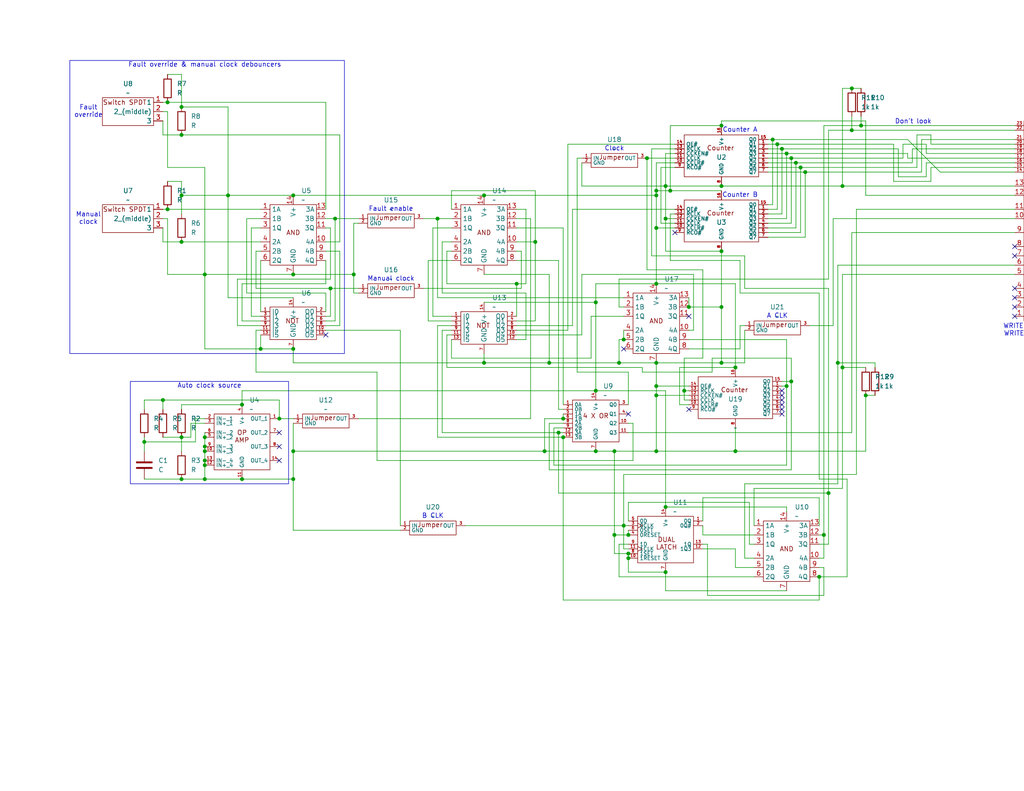
<source format=kicad_sch>
(kicad_sch (version 20231120) (generator "eeschema") (generator_version "8.0")
  (paper "USLetter")
  (lib_symbols
    (symbol "Device:C" (pin_numbers hide) (pin_names (offset 0.254))
      (property "Reference" "C" (at 0.635 2.54 0))
      (property "Value" "C" (at 0.635 -2.54 0))
      (symbol "C_0_1"
        (polyline (pts (xy -2.032 -0.762) (xy 2.032 -0.762)) (stroke (width 0.508)))
        (polyline (pts (xy -2.032 0.762) (xy 2.032 0.762)) (stroke (width 0.508)))
      )
      (symbol "C_1_1"
        (pin passive line (at 0 3.81 270) (length 2.794) (name "~") (number "1"))
        (pin passive line (at 0 -3.81 90) (length 2.794) (name "~") (number "2"))
      )
    )
    (symbol "Device:R" (pin_numbers hide) (pin_names (offset 0))
      (property "Reference" "R" (at 2.032 0 90))
      (property "Value" "R" (at 0 0 90))
      (symbol "R_0_1"
        (rectangle (start -1.016 -2.54) (end 1.016 2.54) (stroke (width 0.254)))
      )
      (symbol "R_1_1"
        (pin passive line (at 0 3.81 270) (length 1.27) (name "~") (number "1"))
        (pin passive line (at 0 -3.81 90) (length 1.27) (name "~") (number "2"))
      )
    )
    (symbol "custom_symbol_lib:6xNOT"
      (property "Reference" "U" (at -2.032 -1.016 0))
      (symbol "6xNOT_0_1"
        (rectangle (start -6.35 5.08) (end 6.35 -3.81))
      )
      (symbol "6xNOT_1_1"
        (text "NOT" (at -0.254 1.27 0) (effects (font (size 1.27 1.27))))
        (pin input line (at -8.89 3.81 0) (length 2.54) (name "I0") (number "1"))
        (pin output line (at 8.89 -1.27 180) (length 2.54) (name "O4") (number "10"))
        (pin input line (at -8.89 -1.27 0) (length 2.54) (name "I4") (number "11"))
        (pin output line (at 8.89 -2.54 180) (length 2.54) (name "O5") (number "12"))
        (pin input line (at -8.89 -2.54 0) (length 2.54) (name "I5") (number "13"))
        (pin power_in line (at 0 7.62 270) (length 2.54) (name "V+") (number "14"))
        (pin output line (at 8.89 3.81 180) (length 2.54) (name "O0") (number "2"))
        (pin input line (at -8.89 2.54 0) (length 2.54) (name "I1") (number "3"))
        (pin output line (at 8.89 2.54 180) (length 2.54) (name "O1") (number "4"))
        (pin input line (at -8.89 1.27 0) (length 2.54) (name "I2") (number "5"))
        (pin output line (at 8.89 1.27 180) (length 2.54) (name "O2") (number "6"))
        (pin power_in line (at 0 -6.35 90) (length 2.54) (name "GND") (number "7"))
        (pin output line (at 8.89 0 180) (length 2.54) (name "03") (number "8"))
        (pin input line (at -8.89 0 0) (length 2.54) (name "I3") (number "9"))
      )
    )
    (symbol "custom_symbol_lib:8_bit_counter"
      (property "Reference" "U" (at 0 0.254 0))
      (symbol "8_bit_counter_0_1"
        (rectangle (start -10.16 6.35) (end 10.16 -5.08))
      )
      (symbol "8_bit_counter_1_1"
        (text "Counter" (at -0.254 2.794 0) (effects (font (size 1.27 1.27))))
        (pin output line (at 12.7 3.81 180) (length 2.54) (name "Q1") (number "1"))
        (pin input line (at -12.7 -1.27 0) (length 2.54) (name "CCLR#") (number "10"))
        (pin input line (at -12.7 0 0) (length 2.54) (name "CCLK") (number "11"))
        (pin input line (at -12.7 1.27 0) (length 2.54) (name "CCKEN#") (number "12"))
        (pin input line (at -12.7 2.54 0) (length 2.54) (name "RCLK") (number "13"))
        (pin input line (at -12.7 3.81 0) (length 2.54) (name "OE#") (number "14"))
        (pin output line (at 12.7 5.08 180) (length 2.54) (name "Q0") (number "15"))
        (pin power_in line (at 0 8.89 270) (length 2.54) (name "V+") (number "16"))
        (pin output line (at 12.7 2.54 180) (length 2.54) (name "Q2") (number "2"))
        (pin output line (at 12.7 1.27 180) (length 2.54) (name "Q3") (number "3"))
        (pin output line (at 12.7 0 180) (length 2.54) (name "Q4") (number "4"))
        (pin output line (at 12.7 -1.27 180) (length 2.54) (name "Q5") (number "5"))
        (pin output line (at 12.7 -2.54 180) (length 2.54) (name "Q6") (number "6"))
        (pin output line (at 12.7 -3.81 180) (length 2.54) (name "Q7") (number "7"))
        (pin power_in line (at 0 -7.62 90) (length 2.54) (name "GND") (number "8"))
        (pin output line (at -12.7 -2.54 0) (length 2.54) (name "RCO#") (number "9"))
      )
    )
    (symbol "custom_symbol_lib:OP_AMP_quad"
      (property "Reference" "U" (at -0.254 -2.54 0))
      (symbol "OP_AMP_quad_1_1"
        (rectangle (start -7.62 7.62) (end 7.62 -7.62))
        (text "OP\nAMP" (at 0 1.524 0) (effects (font (size 1.27 1.27))))
        (pin output line (at 10.16 6.35 180) (length 2.54) (name "OUT_1") (number "1"))
        (pin input line (at -10.16 -2.54 0) (length 2.54) (name "IN+_3") (number "10"))
        (pin power_in line (at 0 -10.16 90) (length 2.54) (name "GND") (number "11"))
        (pin input line (at -10.16 -6.35 0) (length 2.54) (name "IN+_4") (number "12"))
        (pin input line (at -10.16 -5.08 0) (length 2.54) (name "IN-_4") (number "13"))
        (pin output line (at 10.16 -5.08 180) (length 2.54) (name "OUT_4") (number "14"))
        (pin input line (at -10.16 6.35 0) (length 2.54) (name "IN-_1") (number "2"))
        (pin input line (at -10.16 5.08 0) (length 2.54) (name "IN+_1") (number "3"))
        (pin power_in line (at 0 10.16 270) (length 2.54) (name "V+") (number "4"))
        (pin input line (at -10.16 1.27 0) (length 2.54) (name "IN+_2") (number "5"))
        (pin input line (at -10.16 2.54 0) (length 2.54) (name "IN-_2") (number "6"))
        (pin output line (at 10.16 2.54 180) (length 2.54) (name "OUT_2") (number "7"))
        (pin output line (at 10.16 -1.27 180) (length 2.54) (name "OUT_3") (number "8"))
        (pin input line (at -10.16 -1.27 0) (length 2.54) (name "IN-_3") (number "9"))
      )
    )
    (symbol "custom_symbol_lib:bus_edge_connector"
      (property "Reference" "U" (at 0 -1.27 0))
      (symbol "bus_edge_connector_0_1"
        (rectangle (start -8.89 27.94) (end 8.89 -26.67))
      )
      (symbol "bus_edge_connector_1_1"
        (text "BUS" (at 0 1.27 0) (effects (font (size 1.27 1.27))))
        (pin bidirectional line (at -11.43 26.67 0) (length 2.54) (name "READ_0") (number "1"))
        (pin bidirectional line (at -11.43 0 0) (length 2.54) (name "CLK_A") (number "10"))
        (pin bidirectional line (at -11.43 -2.54 0) (length 2.54) (name "CLK_B") (number "11"))
        (pin power_out line (at -11.43 -6.35 0) (length 2.54) (name "V+") (number "12"))
        (pin power_out line (at -11.43 -8.89 0) (length 2.54) (name "GND") (number "13"))
        (pin bidirectional line (at -11.43 -12.7 0) (length 2.54) (name "D0") (number "14"))
        (pin bidirectional line (at -11.43 -13.97 0) (length 2.54) (name "D1") (number "15"))
        (pin bidirectional line (at -11.43 -15.24 0) (length 2.54) (name "D2") (number "16"))
        (pin bidirectional line (at -11.43 -16.51 0) (length 2.54) (name "D3") (number "17"))
        (pin bidirectional line (at -11.43 -17.78 0) (length 2.54) (name "D4") (number "18"))
        (pin bidirectional line (at -11.43 -19.05 0) (length 2.54) (name "D5") (number "19"))
        (pin bidirectional line (at -11.43 24.13 0) (length 2.54) (name "READ_1") (number "2"))
        (pin bidirectional line (at -11.43 -20.32 0) (length 2.54) (name "D6") (number "20"))
        (pin bidirectional line (at -11.43 -21.59 0) (length 2.54) (name "D7") (number "21"))
        (pin bidirectional line (at -11.43 -24.13 0) (length 2.54) (name "FAULT") (number "22"))
        (pin bidirectional line (at -11.43 -25.4 0) (length 2.54) (name "ENABLE") (number "23"))
        (pin bidirectional line (at -11.43 21.59 0) (length 2.54) (name "READ_2") (number "3"))
        (pin bidirectional line (at -11.43 19.05 0) (length 2.54) (name "READ_3") (number "4"))
        (pin bidirectional line (at -11.43 15.24 0) (length 2.54) (name "WRITE_0") (number "5"))
        (pin bidirectional line (at -11.43 12.7 0) (length 2.54) (name "WRITE_1") (number "6"))
        (pin bidirectional line (at -11.43 10.16 0) (length 2.54) (name "WRITE_2") (number "7"))
        (pin bidirectional line (at -11.43 7.62 0) (length 2.54) (name "WRITE_2") (number "8"))
        (pin bidirectional line (at -11.43 3.81 0) (length 2.54) (name "READ_READY") (number "9"))
      )
    )
    (symbol "custom_symbol_lib:dual_latch"
      (property "Reference" "U" (at 4.572 -5.08 0))
      (symbol "dual_latch_0_1"
        (rectangle (start -7.62 6.35) (end 7.62 -6.35))
      )
      (symbol "dual_latch_1_1"
        (text "DUAL\nLATCH" (at 0.254 -1.016 0) (effects (font (size 1.27 1.27))))
        (pin output line (at 10.16 5.08 180) (length 2.54) (name "0Q") (number "1"))
        (pin input line (at -10.16 -5.08 0) (length 2.54) (name "1RESET") (number "10"))
        (pin input clock (at -10.16 -2.54 0) (length 2.54) (name "1CLK") (number "11"))
        (pin output line (at 10.16 -2.54 180) (length 2.54) (name "1Q3") (number "12"))
        (pin output line (at 10.16 -1.27 180) (length 2.54) (name "1Q") (number "13"))
        (pin power_in line (at 0 8.89 270) (length 2.54) (name "V+") (number "14"))
        (pin output line (at 10.16 3.81 180) (length 2.54) (name "0Q#") (number "2"))
        (pin input clock (at -10.16 3.81 0) (length 2.54) (name "0CLK") (number "3"))
        (pin input line (at -10.16 1.27 0) (length 2.54) (name "0RESET") (number "4"))
        (pin input line (at -10.16 5.08 0) (length 2.54) (name "0D") (number "5"))
        (pin input line (at -10.16 2.54 0) (length 2.54) (name "0SET") (number "6"))
        (pin power_in line (at 0 -8.89 90) (length 2.54) (name "GND") (number "7"))
        (pin input line (at -10.16 -3.81 0) (length 2.54) (name "1SET") (number "8"))
        (pin input line (at -10.16 -1.27 0) (length 2.54) (name "1D") (number "9"))
      )
    )
    (symbol "custom_symbol_lib:jumper"
      (property "Reference" "U" (at -1.016 -1.524 0))
      (symbol "jumper_1_1"
        (rectangle (start -6.35 1.27) (end 6.35 -2.54))
        (text "Jumper" (at -0.762 0.254 0) (effects (font (size 1.27 1.27))))
        (pin input line (at -8.89 0 0) (length 2.54) (name "IN") (number "1"))
        (pin power_in line (at -8.89 -1.27 0) (length 2.54) (name "GND") (number "2"))
        (pin output line (at 8.89 0 180) (length 2.54) (name "OUT") (number "3"))
      )
    )
    (symbol "custom_symbol_lib:quad_OR"
      (property "Reference" "U" (at 0 0 0))
      (symbol "quad_OR_0_1"
        (rectangle (start -6.35 6.35) (end 6.35 -5.08))
      )
      (symbol "quad_OR_1_1"
        (text "4 X OR" (at 0 2.032 0) (effects (font (size 1.27 1.27))))
        (pin input line (at -8.89 5.08 0) (length 2.54) (name "0A") (number "1"))
        (pin output line (at 8.89 0 180) (length 2.54) (name "Q2") (number "10"))
        (pin output line (at 8.89 -2.54 180) (length 2.54) (name "Q3") (number "11"))
        (pin input line (at -8.89 -2.54 0) (length 2.54) (name "3A") (number "12"))
        (pin input line (at -8.89 -3.81 0) (length 2.54) (name "3B") (number "13"))
        (pin power_in line (at 0 8.89 270) (length 2.54) (name "V+") (number "14"))
        (pin input line (at -8.89 3.81 0) (length 2.54) (name "0B") (number "2"))
        (pin output line (at 8.89 5.08 180) (length 2.54) (name "Q0") (number "3"))
        (pin output line (at 8.89 2.54 180) (length 2.54) (name "Q1") (number "4"))
        (pin input line (at -8.89 2.54 0) (length 2.54) (name "1A") (number "5"))
        (pin input line (at -8.89 1.27 0) (length 2.54) (name "1B") (number "6"))
        (pin power_in line (at 0 -7.62 90) (length 2.54) (name "GND") (number "7"))
        (pin input line (at -8.89 0 0) (length 2.54) (name "2A") (number "8"))
        (pin input line (at -8.89 -1.27 0) (length 2.54) (name "2B") (number "9"))
      )
    )
    (symbol "custom_symbol_lib:quad_and"
      (property "Reference" "U" (at 0 -1.524 0))
      (symbol "quad_and_0_1"
        (rectangle (start -6.35 8.89) (end 6.35 -7.62))
      )
      (symbol "quad_and_1_1"
        (text "AND" (at 0 1.27 0) (effects (font (size 1.27 1.27))))
        (pin input line (at -8.89 7.62 0) (length 2.54) (name "1A") (number "1"))
        (pin input line (at 8.89 -1.27 180) (length 2.54) (name "4A") (number "10"))
        (pin output line (at 8.89 2.54 180) (length 2.54) (name "3Q") (number "11"))
        (pin input line (at 8.89 5.08 180) (length 2.54) (name "3B") (number "12"))
        (pin input line (at 8.89 7.62 180) (length 2.54) (name "3A") (number "13"))
        (pin power_in line (at 0 11.43 270) (length 2.54) (name "V+") (number "14"))
        (pin input line (at -8.89 5.08 0) (length 2.54) (name "1B") (number "2"))
        (pin output line (at -8.89 2.54 0) (length 2.54) (name "1Q") (number "3"))
        (pin input line (at -8.89 -1.27 0) (length 2.54) (name "2A") (number "4"))
        (pin input line (at -8.89 -3.81 0) (length 2.54) (name "2B") (number "5"))
        (pin output line (at -8.89 -6.35 0) (length 2.54) (name "2Q") (number "6"))
        (pin power_in line (at 0 -10.16 90) (length 2.54) (name "GND") (number "7"))
        (pin output line (at 8.89 -6.35 180) (length 2.54) (name "4Q") (number "8"))
        (pin input line (at 8.89 -3.81 180) (length 2.54) (name "4B") (number "9"))
      )
    )
    (symbol "custom_symbol_lib:switch_SPDT"
      (property "Reference" "U" (at 0.508 -2.54 0))
      (symbol "switch_SPDT_0_1"
        (rectangle (start -6.35 3.81) (end 7.62 -3.81))
      )
      (symbol "switch_SPDT_1_1"
        (text "Switch SPDT" (at -0.254 2.54 0) (effects (font (size 1.27 1.27))))
        (pin bidirectional line (at 10.16 2.54 180) (length 2.54) (name "1") (number "1"))
        (pin output line (at 10.16 0 180) (length 2.54) (name "2_(middle)") (number "2"))
        (pin bidirectional line (at 10.16 -2.54 180) (length 2.54) (name "3") (number "3"))
      )
    )
  )
  (junction (at 196.85 99.06))
  (junction (at 80.01 95.25))
  (junction (at 146.05 66.04))
  (junction (at 76.2 114.3))
  (junction (at 55.88 130.81))
  (junction (at 179.07 53.34))
  (junction (at 187.96 83.82))
  (junction (at 179.07 107.95))
  (junction (at 214.63 105.41))
  (junction (at 176.53 43.18))
  (junction (at 214.63 41.91))
  (junction (at 232.41 35.56))
  (junction (at 96.52 74.93))
  (junction (at 55.88 125.73))
  (junction (at 44.45 109.22))
  (junction (at 162.56 106.68))
  (junction (at 140.97 77.47))
  (junction (at 55.88 121.92))
  (junction (at 229.87 50.8))
  (junction (at 170.18 143.51))
  (junction (at 80.01 74.93))
  (junction (at 179.07 62.23))
  (junction (at 186.69 106.68))
  (junction (at 179.07 52.07))
  (junction (at 200.66 123.19))
  (junction (at 224.79 146.05))
  (junction (at 232.41 24.13))
  (junction (at 91.44 59.69))
  (junction (at 196.85 34.29))
  (junction (at 200.66 100.33))
  (junction (at 49.53 53.34))
  (junction (at 162.56 82.55))
  (junction (at 49.53 119.38))
  (junction (at 228.6 99.06))
  (junction (at 182.88 52.07))
  (junction (at 49.53 29.21))
  (junction (at 171.45 146.05))
  (junction (at 39.37 120.65))
  (junction (at 49.53 36.83))
  (junction (at 149.86 99.06))
  (junction (at 171.45 151.13))
  (junction (at 167.64 123.19))
  (junction (at 45.72 27.94))
  (junction (at 181.61 138.43))
  (junction (at 90.17 78.74))
  (junction (at 181.61 156.21))
  (junction (at 119.38 59.69))
  (junction (at 229.87 100.33))
  (junction (at 167.64 146.05))
  (junction (at 223.52 157.48))
  (junction (at 217.17 44.45))
  (junction (at 179.07 105.41))
  (junction (at 181.61 59.69))
  (junction (at 196.85 83.82))
  (junction (at 55.88 119.38))
  (junction (at 215.9 104.14))
  (junction (at 80.01 130.81))
  (junction (at 66.04 110.49))
  (junction (at 153.67 114.3))
  (junction (at 80.01 53.34))
  (junction (at 213.36 40.64))
  (junction (at 168.91 99.06))
  (junction (at 71.12 95.25))
  (junction (at 234.95 34.29))
  (junction (at 170.18 92.71))
  (junction (at 215.9 43.18))
  (junction (at 49.53 130.81))
  (junction (at 179.07 123.19))
  (junction (at 152.4 118.11))
  (junction (at 55.88 127))
  (junction (at 219.71 46.99))
  (junction (at 153.67 119.38))
  (junction (at 181.61 50.8))
  (junction (at 179.07 99.06))
  (junction (at 55.88 74.93))
  (junction (at 171.45 152.4))
  (junction (at 236.22 107.95))
  (junction (at 162.56 123.19))
  (junction (at 55.88 123.19))
  (junction (at 62.23 53.34))
  (junction (at 196.85 50.8))
  (junction (at 148.59 123.19))
  (junction (at 66.04 130.81))
  (junction (at 226.06 134.62))
  (junction (at 210.82 38.1))
  (junction (at 179.07 77.47))
  (junction (at 196.85 68.58))
  (junction (at 80.01 123.19))
  (junction (at 132.08 99.06))
  (junction (at 49.53 66.04))
  (junction (at 212.09 39.37))
  (junction (at 132.08 53.34))
  (junction (at 218.44 45.72))
  (junction (at 45.72 57.15))
  (no_connect (at 88.9 91.44))
  (no_connect (at 76.2 125.73))
  (no_connect (at 213.36 107.95))
  (no_connect (at 276.86 81.28))
  (no_connect (at 76.2 118.11))
  (no_connect (at 213.36 113.03))
  (no_connect (at 170.18 95.25))
  (no_connect (at 184.15 63.5))
  (no_connect (at 187.96 111.76))
  (no_connect (at 213.36 109.22))
  (no_connect (at 276.86 78.74))
  (no_connect (at 213.36 106.68))
  (no_connect (at 276.86 69.85))
  (no_connect (at 276.86 83.82))
  (no_connect (at 171.45 113.03))
  (no_connect (at 276.86 67.31))
  (no_connect (at 276.86 86.36))
  (no_connect (at 213.36 110.49))
  (no_connect (at 76.2 121.92))
  (no_connect (at 187.96 86.36))
  (no_connect (at 213.36 111.76))
  (wire (pts (xy 132.08 82.55) (xy 162.56 82.55)))
  (wire (pts (xy 251.46 38.1) (xy 251.46 46.99)))
  (wire (pts (xy 80.01 74.93) (xy 96.52 74.93)))
  (wire (pts (xy 177.8 40.64) (xy 177.8 69.85)))
  (wire (pts (xy 62.23 29.21) (xy 62.23 53.34)))
  (wire (pts (xy 158.75 50.8) (xy 158.75 44.45)))
  (wire (pts (xy 214.63 127) (xy 151.13 127)))
  (wire (pts (xy 62.23 53.34) (xy 49.53 53.34)))
  (wire (pts (xy 196.85 68.58) (xy 196.85 83.82)))
  (wire (pts (xy 238.76 99.06) (xy 238.76 100.33)))
  (wire (pts (xy 44.45 27.94) (xy 45.72 27.94)))
  (wire (pts (xy 201.93 80.01) (xy 223.52 80.01)))
  (wire (pts (xy 228.6 132.08) (xy 203.2 132.08)))
  (wire (pts (xy 209.55 40.64) (xy 213.36 40.64)))
  (wire (pts (xy 140.97 88.9) (xy 156.21 88.9)))
  (wire (pts (xy 276.86 63.5) (xy 232.41 63.5)))
  (wire (pts (xy 217.17 62.23) (xy 217.17 44.45)))
  (wire (pts (xy 179.07 99.06) (xy 168.91 99.06)))
  (wire (pts (xy 189.23 74.93) (xy 189.23 90.17)))
  (wire (pts (xy 55.88 127) (xy 55.88 130.81)))
  (wire (pts (xy 96.52 60.96) (xy 96.52 74.93)))
  (wire (pts (xy 250.19 45.72) (xy 250.19 36.83)))
  (wire (pts (xy 276.86 34.29) (xy 234.95 34.29)))
  (wire (pts (xy 120.65 66.04) (xy 123.19 66.04)))
  (wire (pts (xy 80.01 123.19) (xy 80.01 130.81)))
  (wire (pts (xy 209.55 44.45) (xy 217.17 44.45)))
  (wire (pts (xy 234.95 34.29) (xy 224.79 34.29)))
  (wire (pts (xy 186.69 106.68) (xy 187.96 106.68)))
  (wire (pts (xy 209.55 57.15) (xy 212.09 57.15)))
  (wire (pts (xy 181.61 41.91) (xy 184.15 41.91)))
  (wire (pts (xy 76.2 114.3) (xy 80.01 114.3)))
  (wire (pts (xy 45.72 27.94) (xy 88.9 27.94)))
  (wire (pts (xy 171.45 151.13) (xy 171.45 152.4)))
  (wire (pts (xy 196.85 52.07) (xy 182.88 52.07)))
  (wire (pts (xy 109.22 144.78) (xy 80.01 144.78)))
  (wire (pts (xy 224.79 146.05) (xy 223.52 146.05)))
  (wire (pts (xy 276.86 53.34) (xy 236.22 53.34)))
  (wire (pts (xy 157.48 43.18) (xy 157.48 101.6)))
  (wire (pts (xy 231.14 157.48) (xy 223.52 157.48)))
  (wire (pts (xy 250.19 36.83) (xy 254 36.83)))
  (wire (pts (xy 203.2 152.4) (xy 205.74 152.4)))
  (wire (pts (xy 64.77 88.9) (xy 71.12 88.9)))
  (wire (pts (xy 39.37 109.22) (xy 39.37 111.76)))
  (wire (pts (xy 181.61 106.68) (xy 162.56 106.68)))
  (wire (pts (xy 180.34 45.72) (xy 180.34 60.96)))
  (wire (pts (xy 156.21 57.15) (xy 184.15 57.15)))
  (wire (pts (xy 64.77 76.2) (xy 64.77 88.9)))
  (wire (pts (xy 171.45 115.57) (xy 172.72 115.57)))
  (wire (pts (xy 88.9 86.36) (xy 90.17 86.36)))
  (wire (pts (xy 170.18 143.51) (xy 171.45 143.51)))
  (wire (pts (xy 214.63 105.41) (xy 214.63 127)))
  (wire (pts (xy 39.37 120.65) (xy 39.37 119.38)))
  (wire (pts (xy 80.01 144.78) (xy 80.01 130.81)))
  (wire (pts (xy 215.9 104.14) (xy 215.9 128.27)))
  (wire (pts (xy 68.58 62.23) (xy 68.58 86.36)))
  (wire (pts (xy 229.87 50.8) (xy 276.86 50.8)))
  (wire (pts (xy 143.51 80.01) (xy 143.51 92.71)))
  (wire (pts (xy 172.72 115.57) (xy 172.72 125.73)))
  (wire (pts (xy 184.15 58.42) (xy 182.88 58.42)))
  (wire (pts (xy 185.42 100.33) (xy 200.66 100.33)))
  (wire (pts (xy 92.71 66.04) (xy 88.9 66.04)))
  (wire (pts (xy 120.65 80.01) (xy 120.65 66.04)))
  (wire (pts (xy 193.04 148.59) (xy 191.77 148.59)))
  (wire (pts (xy 151.13 127) (xy 151.13 116.84)))
  (wire (pts (xy 181.61 50.8) (xy 181.61 59.69)))
  (wire (pts (xy 123.19 71.12) (xy 116.84 71.12)))
  (wire (pts (xy 167.64 123.19) (xy 167.64 146.05)))
  (wire (pts (xy 119.38 88.9) (xy 123.19 88.9)))
  (wire (pts (xy 181.61 156.21) (xy 181.61 161.29)))
  (wire (pts (xy 52.07 119.38) (xy 49.53 119.38)))
  (wire (pts (xy 189.23 90.17) (xy 187.96 90.17)))
  (wire (pts (xy 158.75 74.93) (xy 189.23 74.93)))
  (wire (pts (xy 256.54 46.99) (xy 276.86 46.99)))
  (wire (pts (xy 196.85 50.8) (xy 181.61 50.8)))
  (wire (pts (xy 223.52 157.48) (xy 223.52 163.83)))
  (wire (pts (xy 49.53 20.32) (xy 49.53 29.21)))
  (wire (pts (xy 80.01 115.57) (xy 80.01 123.19)))
  (wire (pts (xy 172.72 125.73) (xy 102.87 125.73)))
  (wire (pts (xy 234.95 31.75) (xy 234.95 34.29)))
  (wire (pts (xy 90.17 86.36) (xy 90.17 78.74)))
  (wire (pts (xy 168.91 148.59) (xy 171.45 148.59)))
  (wire (pts (xy 254 39.37) (xy 276.86 39.37)))
  (wire (pts (xy 232.41 24.13) (xy 229.87 24.13)))
  (wire (pts (xy 80.01 95.25) (xy 80.01 99.06)))
  (wire (pts (xy 80.01 53.34) (xy 62.23 53.34)))
  (wire (pts (xy 181.61 161.29) (xy 214.63 161.29)))
  (wire (pts (xy 127 143.51) (xy 170.18 143.51)))
  (wire (pts (xy 109.22 90.17) (xy 109.22 143.51)))
  (wire (pts (xy 162.56 82.55) (xy 162.56 77.47)))
  (wire (pts (xy 212.09 57.15) (xy 212.09 39.37)))
  (wire (pts (xy 121.92 68.58) (xy 123.19 68.58)))
  (wire (pts (xy 49.53 29.21) (xy 62.23 29.21)))
  (wire (pts (xy 121.92 77.47) (xy 121.92 68.58)))
  (wire (pts (xy 45.72 74.93) (xy 55.88 74.93)))
  (wire (pts (xy 196.85 33.02) (xy 196.85 34.29)))
  (wire (pts (xy 71.12 95.25) (xy 80.01 95.25)))
  (wire (pts (xy 175.26 101.6) (xy 175.26 100.33)))
  (wire (pts (xy 201.93 88.9) (xy 201.93 95.25)))
  (wire (pts (xy 168.91 99.06) (xy 149.86 99.06)))
  (wire (pts (xy 232.41 31.75) (xy 232.41 35.56)))
  (wire (pts (xy 149.86 115.57) (xy 153.67 115.57)))
  (wire (pts (xy 45.72 30.48) (xy 45.72 45.72)))
  (wire (pts (xy 224.79 152.4) (xy 224.79 146.05)))
  (wire (pts (xy 213.36 104.14) (xy 215.9 104.14)))
  (wire (pts (xy 80.01 53.34) (xy 132.08 53.34)))
  (wire (pts (xy 143.51 57.15) (xy 140.97 57.15)))
  (wire (pts (xy 149.86 74.93) (xy 149.86 99.06)))
  (wire (pts (xy 232.41 118.11) (xy 171.45 118.11)))
  (wire (pts (xy 224.79 34.29) (xy 224.79 146.05)))
  (wire (pts (xy 132.08 99.06) (xy 132.08 96.52)))
  (wire (pts (xy 142.24 78.74) (xy 142.24 68.58)))
  (wire (pts (xy 53.34 120.65) (xy 39.37 120.65)))
  (wire (pts (xy 92.71 88.9) (xy 92.71 68.58)))
  (wire (pts (xy 200.66 154.94) (xy 205.74 154.94)))
  (wire (pts (xy 184.15 44.45) (xy 179.07 44.45)))
  (wire (pts (xy 153.67 119.38) (xy 119.38 119.38)))
  (wire (pts (xy 154.94 90.17) (xy 154.94 39.37)))
  (wire (pts (xy 97.79 114.3) (xy 144.78 114.3)))
  (wire (pts (xy 144.78 114.3) (xy 144.78 59.69)))
  (wire (pts (xy 247.65 41.91) (xy 214.63 41.91)))
  (wire (pts (xy 96.52 74.93) (xy 96.52 80.01)))
  (wire (pts (xy 149.86 99.06) (xy 132.08 99.06)))
  (wire (pts (xy 187.96 92.71) (xy 214.63 92.71)))
  (wire (pts (xy 39.37 109.22) (xy 44.45 109.22)))
  (wire (pts (xy 204.47 148.59) (xy 204.47 137.16)))
  (wire (pts (xy 69.85 78.74) (xy 69.85 68.58)))
  (wire (pts (xy 170.18 81.28) (xy 119.38 81.28)))
  (wire (pts (xy 229.87 24.13) (xy 229.87 50.8)))
  (wire (pts (xy 182.88 71.12) (xy 201.93 71.12)))
  (wire (pts (xy 149.86 128.27) (xy 149.86 115.57)))
  (wire (pts (xy 132.08 53.34) (xy 179.07 53.34)))
  (wire (pts (xy 203.2 88.9) (xy 201.93 88.9)))
  (wire (pts (xy 66.04 87.63) (xy 71.12 87.63)))
  (wire (pts (xy 232.41 35.56) (xy 226.06 35.56)))
  (wire (pts (xy 203.2 90.17) (xy 203.2 99.06)))
  (wire (pts (xy 153.67 113.03) (xy 153.67 114.3)))
  (wire (pts (xy 187.96 81.28) (xy 187.96 83.82)))
  (wire (pts (xy 116.84 87.63) (xy 123.19 87.63)))
  (wire (pts (xy 55.88 130.81) (xy 66.04 130.81)))
  (wire (pts (xy 171.45 149.86) (xy 170.18 149.86)))
  (wire (pts (xy 44.45 30.48) (xy 45.72 30.48)))
  (wire (pts (xy 91.44 87.63) (xy 88.9 87.63)))
  (wire (pts (xy 209.55 60.96) (xy 215.9 60.96)))
  (wire (pts (xy 191.77 97.79) (xy 186.69 97.79)))
  (wire (pts (xy 200.66 149.86) (xy 200.66 154.94)))
  (wire (pts (xy 209.55 55.88) (xy 210.82 55.88)))
  (wire (pts (xy 170.18 143.51) (xy 170.18 129.54)))
  (wire (pts (xy 214.63 138.43) (xy 181.61 138.43)))
  (wire (pts (xy 53.34 120.65) (xy 53.34 114.3)))
  (wire (pts (xy 252.73 48.26) (xy 252.73 44.45)))
  (wire (pts (xy 254 36.83) (xy 254 39.37)))
  (wire (pts (xy 200.66 123.19) (xy 179.07 123.19)))
  (wire (pts (xy 193.04 162.56) (xy 193.04 148.59)))
  (wire (pts (xy 62.23 81.28) (xy 62.23 53.34)))
  (wire (pts (xy 148.59 123.19) (xy 162.56 123.19)))
  (wire (pts (xy 49.53 53.34) (xy 49.53 58.42)))
  (wire (pts (xy 228.6 99.06) (xy 228.6 132.08)))
  (wire (pts (xy 209.55 58.42) (xy 213.36 58.42)))
  (wire (pts (xy 146.05 52.07) (xy 123.19 52.07)))
  (wire (pts (xy 158.75 43.18) (xy 157.48 43.18)))
  (wire (pts (xy 69.85 68.58) (xy 71.12 68.58)))
  (wire (pts (xy 44.45 119.38) (xy 49.53 119.38)))
  (wire (pts (xy 175.26 100.33) (xy 121.92 100.33)))
  (wire (pts (xy 140.97 77.47) (xy 143.51 77.47)))
  (wire (pts (xy 223.52 130.81) (xy 231.14 130.81)))
  (wire (pts (xy 276.86 38.1) (xy 251.46 38.1)))
  (wire (pts (xy 236.22 123.19) (xy 200.66 123.19)))
  (wire (pts (xy 140.97 86.36) (xy 140.97 77.47)))
  (wire (pts (xy 247.65 38.1) (xy 256.54 46.99)))
  (wire (pts (xy 162.56 106.68) (xy 162.56 82.55)))
  (wire (pts (xy 186.69 109.22) (xy 186.69 106.68)))
  (wire (pts (xy 92.71 36.83) (xy 92.71 66.04)))
  (wire (pts (xy 223.52 80.01) (xy 223.52 130.81)))
  (wire (pts (xy 49.53 110.49) (xy 49.53 111.76)))
  (wire (pts (xy 167.64 146.05) (xy 171.45 146.05)))
  (wire (pts (xy 215.9 104.14) (xy 215.9 97.79)))
  (wire (pts (xy 247.65 43.18) (xy 247.65 41.91)))
  (wire (pts (xy 167.64 151.13) (xy 167.64 146.05)))
  (wire (pts (xy 179.07 52.07) (xy 179.07 53.34)))
  (wire (pts (xy 181.61 59.69) (xy 184.15 59.69)))
  (wire (pts (xy 215.9 128.27) (xy 149.86 128.27)))
  (wire (pts (xy 88.9 90.17) (xy 109.22 90.17)))
  (wire (pts (xy 182.88 58.42) (xy 182.88 71.12)))
  (wire (pts (xy 71.12 62.23) (xy 68.58 62.23)))
  (wire (pts (xy 232.41 24.13) (xy 234.95 24.13)))
  (wire (pts (xy 55.88 121.92) (xy 55.88 123.19)))
  (wire (pts (xy 143.51 77.47) (xy 143.51 57.15)))
  (wire (pts (xy 115.57 78.74) (xy 142.24 78.74)))
  (wire (pts (xy 80.01 81.28) (xy 62.23 81.28)))
  (wire (pts (xy 44.45 57.15) (xy 45.72 57.15)))
  (wire (pts (xy 223.52 135.89) (xy 223.52 143.51)))
  (wire (pts (xy 153.67 114.3) (xy 148.59 114.3)))
  (wire (pts (xy 201.93 71.12) (xy 201.93 80.01)))
  (wire (pts (xy 171.45 151.13) (xy 167.64 151.13)))
  (wire (pts (xy 209.55 43.18) (xy 215.9 43.18)))
  (wire (pts (xy 176.53 43.18) (xy 184.15 43.18)))
  (wire (pts (xy 276.86 43.18) (xy 247.65 43.18)))
  (wire (pts (xy 170.18 149.86) (xy 170.18 143.51)))
  (wire (pts (xy 171.45 144.78) (xy 171.45 146.05)))
  (wire (pts (xy 209.55 38.1) (xy 210.82 38.1)))
  (wire (pts (xy 233.68 57.15) (xy 276.86 57.15)))
  (wire (pts (xy 218.44 45.72) (xy 250.19 45.72)))
  (wire (pts (xy 184.15 45.72) (xy 180.34 45.72)))
  (wire (pts (xy 223.52 148.59) (xy 226.06 148.59)))
  (wire (pts (xy 146.05 66.04) (xy 146.05 52.07)))
  (wire (pts (xy 102.87 101.6) (xy 69.85 101.6)))
  (wire (pts (xy 205.74 133.35) (xy 205.74 143.51)))
  (wire (pts (xy 162.56 123.19) (xy 167.64 123.19)))
  (wire (pts (xy 90.17 78.74) (xy 97.79 78.74)))
  (wire (pts (xy 88.9 77.47) (xy 66.04 77.47)))
  (wire (pts (xy 168.91 76.2) (xy 168.91 83.82)))
  (wire (pts (xy 181.61 68.58) (xy 196.85 68.58)))
  (wire (pts (xy 213.36 105.41) (xy 214.63 105.41)))
  (wire (pts (xy 49.53 36.83) (xy 92.71 36.83)))
  (wire (pts (xy 179.07 107.95) (xy 179.07 105.41)))
  (wire (pts (xy 55.88 74.93) (xy 80.01 74.93)))
  (wire (pts (xy 191.77 143.51) (xy 191.77 146.05)))
  (wire (pts (xy 243.84 49.53) (xy 254 49.53)))
  (wire (pts (xy 115.57 59.69) (xy 119.38 59.69)))
  (wire (pts (xy 276.86 40.64) (xy 248.92 40.64)))
  (wire (pts (xy 227.33 59.69) (xy 227.33 88.9)))
  (wire (pts (xy 119.38 59.69) (xy 123.19 59.69)))
  (wire (pts (xy 191.77 149.86) (xy 200.66 149.86)))
  (wire (pts (xy 90.17 62.23) (xy 90.17 76.2)))
  (wire (pts (xy 49.53 20.32) (xy 45.72 20.32)))
  (wire (pts (xy 187.96 109.22) (xy 186.69 109.22)))
  (wire (pts (xy 214.63 59.69) (xy 214.63 41.91)))
  (wire (pts (xy 44.45 59.69) (xy 45.72 59.69)))
  (wire (pts (xy 39.37 120.65) (xy 39.37 123.19)))
  (wire (pts (xy 276.86 74.93) (xy 229.87 74.93)))
  (wire (pts (xy 220.98 88.9) (xy 227.33 88.9)))
  (wire (pts (xy 177.8 69.85) (xy 203.2 69.85)))
  (wire (pts (xy 200.66 77.47) (xy 179.07 77.47)))
  (wire (pts (xy 194.31 97.79) (xy 194.31 101.6)))
  (wire (pts (xy 179.07 105.41) (xy 179.07 99.06)))
  (wire (pts (xy 171.45 152.4) (xy 171.45 156.21)))
  (wire (pts (xy 229.87 100.33) (xy 236.22 100.33)))
  (wire (pts (xy 233.68 129.54) (xy 233.68 57.15)))
  (wire (pts (xy 44.45 109.22) (xy 76.2 109.22)))
  (wire (pts (xy 49.53 119.38) (xy 49.53 123.19)))
  (wire (pts (xy 91.44 59.69) (xy 91.44 87.63)))
  (wire (pts (xy 88.9 59.69) (xy 91.44 59.69)))
  (wire (pts (xy 152.4 111.76) (xy 153.67 111.76)))
  (wire (pts (xy 209.55 59.69) (xy 214.63 59.69)))
  (wire (pts (xy 121.92 100.33) (xy 121.92 91.44)))
  (wire (pts (xy 167.64 123.19) (xy 179.07 123.19)))
  (wire (pts (xy 120.65 118.11) (xy 120.65 90.17)))
  (wire (pts (xy 203.2 99.06) (xy 196.85 99.06)))
  (wire (pts (xy 252.73 41.91) (xy 276.86 41.91)))
  (wire (pts (xy 245.11 40.64) (xy 245.11 48.26)))
  (wire (pts (xy 171.45 156.21) (xy 181.61 156.21)))
  (wire (pts (xy 191.77 146.05) (xy 205.74 146.05)))
  (wire (pts (xy 168.91 83.82) (xy 170.18 83.82)))
  (wire (pts (xy 68.58 86.36) (xy 71.12 86.36)))
  (wire (pts (xy 153.67 163.83) (xy 153.67 119.38)))
  (wire (pts (xy 226.06 35.56) (xy 226.06 76.2)))
  (wire (pts (xy 196.85 50.8) (xy 229.87 50.8)))
  (wire (pts (xy 140.97 90.17) (xy 154.94 90.17)))
  (wire (pts (xy 210.82 38.1) (xy 247.65 38.1)))
  (wire (pts (xy 157.48 101.6) (xy 171.45 101.6)))
  (wire (pts (xy 229.87 100.33) (xy 229.87 133.35)))
  (wire (pts (xy 92.71 68.58) (xy 88.9 68.58)))
  (wire (pts (xy 179.07 62.23) (xy 184.15 62.23)))
  (wire (pts (xy 210.82 55.88) (xy 210.82 38.1)))
  (wire (pts (xy 181.61 41.91) (xy 181.61 50.8)))
  (wire (pts (xy 170.18 86.36) (xy 161.29 86.36)))
  (wire (pts (xy 170.18 92.71) (xy 168.91 92.71)))
  (wire (pts (xy 228.6 99.06) (xy 238.76 99.06)))
  (wire (pts (xy 140.97 92.71) (xy 143.51 92.71)))
  (wire (pts (xy 116.84 71.12) (xy 116.84 87.63)))
  (wire (pts (xy 71.12 71.12) (xy 71.12 85.09)))
  (wire (pts (xy 214.63 139.7) (xy 214.63 138.43)))
  (wire (pts (xy 123.19 97.79) (xy 123.19 92.71)))
  (wire (pts (xy 243.84 39.37) (xy 243.84 49.53)))
  (wire (pts (xy 209.55 46.99) (xy 219.71 46.99)))
  (wire (pts (xy 182.88 34.29) (xy 196.85 34.29)))
  (wire (pts (xy 55.88 123.19) (xy 55.88 125.73)))
  (wire (pts (xy 226.06 78.74) (xy 203.2 78.74)))
  (wire (pts (xy 151.13 116.84) (xy 153.67 116.84)))
  (wire (pts (xy 44.45 66.04) (xy 49.53 66.04)))
  (wire (pts (xy 66.04 77.47) (xy 66.04 87.63)))
  (wire (pts (xy 176.53 43.18) (xy 176.53 73.66)))
  (wire (pts (xy 69.85 101.6) (xy 69.85 90.17)))
  (wire (pts (xy 55.88 115.57) (xy 52.07 115.57)))
  (wire (pts (xy 218.44 63.5) (xy 218.44 45.72)))
  (wire (pts (xy 200.66 100.33) (xy 200.66 77.47)))
  (wire (pts (xy 120.65 90.17) (xy 123.19 90.17)))
  (wire (pts (xy 49.53 130.81) (xy 55.88 130.81)))
  (wire (pts (xy 88.9 62.23) (xy 90.17 62.23)))
  (wire (pts (xy 276.86 35.56) (xy 232.41 35.56)))
  (wire (pts (xy 179.07 107.95) (xy 187.96 107.95)))
  (wire (pts (xy 88.9 85.09) (xy 88.9 80.01)))
  (wire (pts (xy 179.07 123.19) (xy 179.07 107.95)))
  (wire (pts (xy 144.78 59.69) (xy 140.97 59.69)))
  (wire (pts (xy 49.53 49.53) (xy 45.72 49.53)))
  (wire (pts (xy 118.11 62.23) (xy 118.11 86.36)))
  (wire (pts (xy 215.9 43.18) (xy 246.38 43.18)))
  (wire (pts (xy 223.52 163.83) (xy 153.67 163.83)))
  (wire (pts (xy 91.44 59.69) (xy 97.79 59.69)))
  (wire (pts (xy 187.96 110.49) (xy 185.42 110.49)))
  (wire (pts (xy 209.55 62.23) (xy 217.17 62.23)))
  (wire (pts (xy 153.67 62.23) (xy 140.97 62.23)))
  (wire (pts (xy 209.55 39.37) (xy 212.09 39.37)))
  (wire (pts (xy 224.79 162.56) (xy 193.04 162.56)))
  (wire (pts (xy 229.87 133.35) (xy 205.74 133.35)))
  (wire (pts (xy 209.55 41.91) (xy 214.63 41.91)))
  (wire (pts (xy 219.71 64.77) (xy 219.71 46.99)))
  (wire (pts (xy 123.19 52.07) (xy 123.19 57.15)))
  (wire (pts (xy 170.18 129.54) (xy 233.68 129.54)))
  (wire (pts (xy 55.88 118.11) (xy 55.88 119.38)))
  (wire (pts (xy 44.45 36.83) (xy 49.53 36.83)))
  (wire (pts (xy 179.07 62.23) (xy 179.07 77.47)))
  (wire (pts (xy 67.31 59.69) (xy 71.12 59.69)))
  (wire (pts (xy 191.77 73.66) (xy 191.77 97.79)))
  (wire (pts (xy 119.38 59.69) (xy 119.38 81.28)))
  (wire (pts (xy 146.05 87.63) (xy 146.05 66.04)))
  (wire (pts (xy 203.2 132.08) (xy 203.2 152.4)))
  (wire (pts (xy 201.93 95.25) (xy 187.96 95.25)))
  (wire (pts (xy 152.4 118.11) (xy 153.67 118.11)))
  (wire (pts (xy 80.01 99.06) (xy 132.08 99.06)))
  (wire (pts (xy 226.06 148.59) (xy 226.06 134.62)))
  (wire (pts (xy 176.53 73.66) (xy 191.77 73.66)))
  (wire (pts (xy 215.9 60.96) (xy 215.9 43.18)))
  (wire (pts (xy 88.9 80.01) (xy 67.31 80.01)))
  (wire (pts (xy 223.52 152.4) (xy 224.79 152.4)))
  (wire (pts (xy 254 49.53) (xy 254 45.72)))
  (wire (pts (xy 236.22 107.95) (xy 238.76 107.95)))
  (wire (pts (xy 215.9 97.79) (xy 194.31 97.79)))
  (wire (pts (xy 66.04 106.68) (xy 66.04 110.49)))
  (wire (pts (xy 152.4 134.62) (xy 152.4 118.11)))
  (wire (pts (xy 236.22 53.34) (xy 236.22 33.02)))
  (wire (pts (xy 44.45 33.02) (xy 44.45 36.83)))
  (wire (pts (xy 44.45 109.22) (xy 44.45 111.76)))
  (wire (pts (xy 236.22 107.95) (xy 236.22 123.19)))
  (wire (pts (xy 209.55 45.72) (xy 218.44 45.72)))
  (wire (pts (xy 55.88 95.25) (xy 71.12 95.25)))
  (wire (pts (xy 185.42 110.49) (xy 185.42 100.33)))
  (wire (pts (xy 181.61 138.43) (xy 181.61 106.68)))
  (wire (pts (xy 213.36 40.64) (xy 245.11 40.64)))
  (wire (pts (xy 276.86 72.39) (xy 228.6 72.39)))
  (wire (pts (xy 140.97 71.12) (xy 152.4 71.12)))
  (wire (pts (xy 55.88 74.93) (xy 55.88 95.25)))
  (wire (pts (xy 205.74 157.48) (xy 168.91 157.48)))
  (wire (pts (xy 162.56 77.47) (xy 179.07 77.47)))
  (wire (pts (xy 231.14 130.81) (xy 231.14 157.48)))
  (wire (pts (xy 248.92 40.64) (xy 248.92 44.45)))
  (wire (pts (xy 224.79 154.94) (xy 224.79 162.56)))
  (wire (pts (xy 196.85 83.82) (xy 196.85 99.06)))
  (wire (pts (xy 179.07 62.23) (xy 179.07 53.34)))
  (wire (pts (xy 140.97 77.47) (xy 121.92 77.47)))
  (wire (pts (xy 226.06 134.62) (xy 152.4 134.62)))
  (wire (pts (xy 194.31 101.6) (xy 175.26 101.6)))
  (wire (pts (xy 179.07 105.41) (xy 187.96 105.41)))
  (wire (pts (xy 140.97 87.63) (xy 146.05 87.63)))
  (wire (pts (xy 69.85 90.17) (xy 71.12 90.17)))
  (wire (pts (xy 170.18 90.17) (xy 170.18 92.71)))
  (wire (pts (xy 45.72 45.72) (xy 55.88 45.72)))
  (wire (pts (xy 196.85 99.06) (xy 179.07 99.06)))
  (wire (pts (xy 181.61 50.8) (xy 158.75 50.8)))
  (wire (pts (xy 246.38 39.37) (xy 252.73 39.37)))
  (wire (pts (xy 152.4 71.12) (xy 152.4 111.76)))
  (wire (pts (xy 204.47 137.16) (xy 171.45 137.16)))
  (wire (pts (xy 67.31 80.01) (xy 67.31 59.69)))
  (wire (pts (xy 90.17 78.74) (xy 69.85 78.74)))
  (wire (pts (xy 246.38 43.18) (xy 246.38 39.37)))
  (wire (pts (xy 119.38 119.38) (xy 119.38 88.9)))
  (wire (pts (xy 80.01 123.19) (xy 148.59 123.19)))
  (wire (pts (xy 140.97 91.44) (xy 158.75 91.44)))
  (wire (pts (xy 191.77 135.89) (xy 223.52 135.89)))
  (wire (pts (xy 140.97 66.04) (xy 146.05 66.04)))
  (wire (pts (xy 209.55 63.5) (xy 218.44 63.5)))
  (wire (pts (xy 223.52 154.94) (xy 224.79 154.94)))
  (wire (pts (xy 76.2 114.3) (xy 76.2 109.22)))
  (wire (pts (xy 245.11 48.26) (xy 252.73 48.26)))
  (wire (pts (xy 228.6 72.39) (xy 228.6 99.06)))
  (wire (pts (xy 44.45 62.23) (xy 44.45 66.04)))
  (wire (pts (xy 212.09 39.37) (xy 243.84 39.37)))
  (wire (pts (xy 168.91 92.71) (xy 168.91 99.06)))
  (wire (pts (xy 132.08 74.93) (xy 149.86 74.93)))
  (wire (pts (xy 181.61 59.69) (xy 181.61 68.58)))
  (wire (pts (xy 171.45 137.16) (xy 171.45 142.24)))
  (wire (pts (xy 49.53 66.04) (xy 71.12 66.04)))
  (wire (pts (xy 96.52 80.01) (xy 97.79 80.01)))
  (wire (pts (xy 148.59 114.3) (xy 148.59 123.19)))
  (wire (pts (xy 180.34 60.96) (xy 184.15 60.96)))
  (wire (pts (xy 252.73 44.45) (xy 276.86 44.45)))
  (wire (pts (xy 191.77 142.24) (xy 191.77 135.89)))
  (wire (pts (xy 187.96 83.82) (xy 196.85 83.82)))
  (wire (pts (xy 182.88 52.07) (xy 182.88 34.29)))
  (wire (pts (xy 214.63 105.41) (xy 214.63 92.71)))
  (wire (pts (xy 200.66 116.84) (xy 200.66 123.19)))
  (wire (pts (xy 123.19 62.23) (xy 118.11 62.23)))
  (wire (pts (xy 184.15 40.64) (xy 177.8 40.64)))
  (wire (pts (xy 209.55 64.77) (xy 219.71 64.77)))
  (wire (pts (xy 213.36 58.42) (xy 213.36 40.64)))
  (wire (pts (xy 152.4 118.11) (xy 120.65 118.11)))
  (wire (pts (xy 55.88 45.72) (xy 55.88 74.93)))
  (wire (pts (xy 186.69 97.79) (xy 186.69 106.68)))
  (wire (pts (xy 118.11 86.36) (xy 123.19 86.36)))
  (wire (pts (xy 66.04 110.49) (xy 49.53 110.49)))
  (wire (pts (xy 55.88 125.73) (xy 55.88 127)))
  (wire (pts (xy 254 45.72) (xy 276.86 45.72)))
  (wire (pts (xy 162.56 106.68) (xy 66.04 106.68)))
  (wire (pts (xy 52.07 115.57) (xy 52.07 119.38)))
  (wire (pts (xy 236.22 33.02) (xy 196.85 33.02)))
  (wire (pts (xy 203.2 78.74) (xy 203.2 69.85)))
  (wire (pts (xy 226.06 76.2) (xy 168.91 76.2)))
  (wire (pts (xy 71.12 91.44) (xy 71.12 95.25)))
  (wire (pts (xy 55.88 119.38) (xy 55.88 121.92)))
  (wire (pts (xy 88.9 71.12) (xy 88.9 77.47)))
  (wire (pts (xy 168.91 157.48) (xy 168.91 148.59)))
  (wire (pts (xy 45.72 57.15) (xy 71.12 57.15)))
  (wire (pts (xy 179.07 44.45) (xy 179.07 52.07)))
  (wire (pts (xy 88.9 88.9) (xy 92.71 88.9)))
  (wire (pts (xy 102.87 125.73) (xy 102.87 101.6)))
  (wire (pts (xy 90.17 76.2) (xy 64.77 76.2)))
  (wire (pts (xy 179.07 52.07) (xy 182.88 52.07)))
  (wire (pts (xy 205.74 148.59) (xy 204.47 148.59)))
  (wire (pts (xy 161.29 97.79) (xy 123.19 97.79)))
  (wire (pts (xy 171.45 110.49) (xy 171.45 101.6)))
  (wire (pts (xy 53.34 114.3) (xy 55.88 114.3)))
  (wire (pts (xy 143.51 80.01) (xy 120.65 80.01)))
  (wire (pts (xy 142.24 68.58) (xy 140.97 68.58)))
  (wire (pts (xy 229.87 74.93) (xy 229.87 100.33)))
  (wire (pts (xy 39.37 130.81) (xy 49.53 130.81)))
  (wire (pts (xy 252.73 39.37) (xy 252.73 41.91)))
  (wire (pts (xy 161.29 86.36) (xy 161.29 97.79)))
  (wire (pts (xy 251.46 46.99) (xy 219.71 46.99)))
  (wire (pts (xy 154.94 39.37) (xy 184.15 39.37)))
  (wire (pts (xy 49.53 53.34) (xy 49.53 49.53)))
  (wire (pts (xy 88.9 27.94) (xy 88.9 57.15)))
  (wire (pts (xy 80.01 130.81) (xy 66.04 130.81)))
  (wire (pts (xy 153.67 110.49) (xy 153.67 62.23)))
  (wire (pts (xy 248.92 44.45) (xy 217.17 44.45)))
  (wire (pts (xy 232.41 63.5) (xy 232.41 118.11)))
  (wire (pts (xy 276.86 59.69) (xy 227.33 59.69)))
  (wire (pts (xy 121.92 91.44) (xy 123.19 91.44)))
  (wire (pts (xy 156.21 88.9) (xy 156.21 57.15)))
  (wire (pts (xy 158.75 91.44) (xy 158.75 74.93)))
  (wire (pts (xy 45.72 59.69) (xy 45.72 74.93)))
  (wire (pts (xy 226.06 134.62) (xy 226.06 78.74)))
  (wire (pts (xy 97.79 60.96) (xy 96.52 60.96)))
  (rectangle (start 19.05 16.51) (end 93.98 96.52))
  (rectangle (start 35.56 104.14) (end 78.74 132.08))
  (text "Clock" (at 167.64 40.64 0) (effects (font (size 1.27 1.27))))
  (text "B CLK" (at 118.11 140.97 0) (effects (font (size 1.27 1.27))))
  (text "Fault override & manual clock debouncers" (at 55.88 17.78 0) (effects (font (size 1.27 1.27))))
  (text "Manual clock" (at 106.68 76.2 0) (effects (font (size 1.27 1.27))))
  (text "Counter A" (at 201.93 35.56 0) (effects (font (size 1.27 1.27))))
  (text "Manual\nclock" (at 24.13 59.69 0) (effects (font (size 1.27 1.27))))
  (text "Fault\noverride" (at 24.13 30.48 0) (effects (font (size 1.27 1.27))))
  (text "WRITE 1: CLK-COUNTER-B\nWRITE 0: CLK-COUNTER-A" (at 299.72 90.17 0) (effects (font (size 1.27 1.27)) (justify right)))
  (text "Don't look" (at 249.174 33.274 0) (effects (font (size 1.27 1.27))))
  (text "A CLK" (at 212.09 86.36 0) (effects (font (size 1.27 1.27))))
  (text "Auto clock source" (at 57.15 105.41 0) (effects (font (size 1.27 1.27))))
  (text "Counter B" (at 201.93 53.34 0) (effects (font (size 1.27 1.27))))
  (text "Fault enable" (at 106.68 57.15 0) (effects (font (size 1.27 1.27))))
  (symbol (lib_id "custom_symbol_lib:switch_SPDT") (at 34.29 59.69 0) (unit 1)
    (property "Reference" "U7" (at 34.925 52.07 0))
    (property "Value" "~" (at 34.925 54.61 0))
    (property "Footprint" "Connector_PinHeader_2.54mm:PinHeader_1x03_P2.54mm_Vertical" (effects (hide yes)))
  )
  (symbol (lib_id "custom_symbol_lib:8_bit_counter") (at 200.66 109.22 0) (unit 1)
    (property "Reference" "U19" (at 200.66 108.966 0))
    (property "Value" "~" (at 200.66 116.84 0))
    (property "Footprint" "Package_DIP:DIP-16_W7.62mm" (effects (hide yes)))
    (property "Datasheet" "https://www.ti.com/lit/ds/symlink/sn74hc590a.pdf" (effects (hide yes)))
  )
  (symbol (lib_id "Device:R") (at 49.53 115.57 0) (unit 1)
    (property "Reference" "R2" (at 52.07 114.2999 0) (effects (justify left)))
    (property "Value" "R" (at 52.07 116.8399 0) (effects (justify left)))
    (property "Footprint" "custom_footprint_library:0.4_pitch_resistor" (effects (hide yes)))
    (property "Description" "Resistor" (effects (hide yes)))
  )
  (symbol (lib_id "Device:C") (at 39.37 127 0) (unit 1)
    (property "Reference" "C1" (at 43.18 125.7299 0) (effects (justify left)))
    (property "Value" "C" (at 43.18 128.2699 0) (effects (justify left)))
    (property "Footprint" "Capacitor_THT:CP_Radial_Tantal_D5.0mm_P5.00mm" (effects (hide yes)))
    (property "Description" "Unpolarized capacitor" (effects (hide yes)))
  )
  (symbol (lib_id "Device:R") (at 49.53 62.23 0) (unit 1)
    (property "Reference" "R6" (at 52.07 60.9599 0) (effects (justify left)))
    (property "Value" "R" (at 52.07 63.4999 0) (effects (justify left)))
    (property "Footprint" "custom_footprint_library:0.4_pitch_resistor" (effects (hide yes)))
    (property "Description" "Resistor" (effects (hide yes)))
  )
  (symbol (lib_id "Device:R") (at 44.45 115.57 0) (unit 1)
    (property "Reference" "R5" (at 46.99 114.2999 0) (effects (justify left)))
    (property "Value" "R" (at 46.99 116.8399 0) (effects (justify left)))
    (property "Footprint" "custom_footprint_library:0.4_pitch_resistor" (effects (hide yes)))
    (property "Description" "Resistor" (effects (hide yes)))
  )
  (symbol (lib_id "custom_symbol_lib:jumper") (at 88.9 114.3 0) (unit 1)
    (property "Reference" "U12" (at 88.9 109.22 0))
    (property "Value" "~" (at 88.9 111.76 0))
    (property "Footprint" "custom_footprint_library:jumper" (effects (hide yes)))
  )
  (symbol (lib_id "custom_symbol_lib:jumper") (at 118.11 143.51 0) (unit 1)
    (property "Reference" "U20" (at 118.11 138.43 0))
    (property "Value" "~" (at 118.11 140.97 0))
    (property "Footprint" "custom_footprint_library:jumper" (effects (hide yes)))
  )
  (symbol (lib_id "custom_symbol_lib:OP_AMP_quad") (at 66.04 120.65 0) (unit 1)
    (property "Reference" "U4" (at 68.0594 109.22 0) (effects (justify left)))
    (property "Value" "~" (at 68.0594 111.76 0) (effects (justify left)))
    (property "Footprint" "Package_DIP:DIP-14_W7.62mm" (effects (hide yes)))
  )
  (symbol (lib_id "Device:R") (at 236.22 104.14 0) (unit 1)
    (property "Reference" "R12" (at 238.76 102.8699 0) (effects (justify left)))
    (property "Value" "1k" (at 238.76 105.4099 0) (effects (justify left)))
    (property "Footprint" "custom_footprint_library:0.4_pitch_resistor" (effects (hide yes)))
    (property "Description" "Resistor" (effects (hide yes)))
  )
  (symbol (lib_id "custom_symbol_lib:jumper") (at 106.68 78.74 0) (unit 1)
    (property "Reference" "U16" (at 106.68 73.66 0))
    (property "Value" "~" (at 106.68 76.2 0))
    (property "Footprint" "custom_footprint_library:jumper" (effects (hide yes)))
  )
  (symbol (lib_id "Device:R") (at 238.76 104.14 0) (unit 1)
    (property "Reference" "R9" (at 241.3 102.8699 0) (effects (justify left)))
    (property "Value" "1k" (at 241.3 105.4099 0) (effects (justify left)))
    (property "Footprint" "custom_footprint_library:0.4_pitch_resistor" (effects (hide yes)))
    (property "Description" "Resistor" (effects (hide yes)))
  )
  (symbol (lib_id "Device:R") (at 232.41 27.94 0) (unit 1)
    (property "Reference" "R11" (at 234.95 26.6699 0) (effects (justify left)))
    (property "Value" "1k" (at 234.95 29.2099 0) (effects (justify left)))
    (property "Footprint" "custom_footprint_library:0.4_pitch_resistor" (effects (hide yes)))
    (property "Description" "Resistor" (effects (hide yes)))
  )
  (symbol (lib_id "custom_symbol_lib:quad_OR") (at 162.56 115.57 0) (unit 1)
    (property "Reference" "U9" (at 164.5794 105.41 0) (effects (justify left)))
    (property "Value" "~" (at 164.5794 107.95 0) (effects (justify left)))
    (property "Footprint" "Package_DIP:DIP-14_W7.62mm" (effects (hide yes)))
  )
  (symbol (lib_id "custom_symbol_lib:dual_latch") (at 181.61 147.32 0) (unit 1)
    (property "Reference" "U11" (at 183.6294 137.16 0) (effects (justify left)))
    (property "Value" "~" (at 183.6294 139.7 0) (effects (justify left)))
    (property "Footprint" "Package_DIP:DIP-14_W7.62mm" (effects (hide yes)))
    (property "Datasheet" "https://www.ti.com/lit/ds/symlink/cd4013b.pdf?HQS=dis-dk-null-digikeymode-dsf-pf-null-wwe&ts=1717714412964&ref_url=https%253A%252F%252Fwww.ti.com%252Fgeneral%252Fdocs%252Fsuppproductinfo.tsp%253FdistId%253D10%2526gotoUrl%253Dhttps%253A%252F%252Fwww.ti.com%252Flit%252Fgpn%252Fcd4013b" (effects (hide yes)))
  )
  (symbol (lib_id "custom_symbol_lib:quad_and") (at 179.07 88.9 0) (unit 1)
    (property "Reference" "U17" (at 181.2641 76.2 0) (effects (justify left)))
    (property "Value" "~" (at 181.2641 78.74 0) (effects (justify left)))
    (property "Footprint" "Package_DIP:DIP-14_W7.62mm" (effects (hide yes)))
  )
  (symbol (lib_id "Device:R") (at 234.95 27.94 0) (unit 1)
    (property "Reference" "R10" (at 237.49 26.6699 0) (effects (justify left)))
    (property "Value" "1k" (at 237.49 29.2099 0) (effects (justify left)))
    (property "Footprint" "custom_footprint_library:0.4_pitch_resistor" (effects (hide yes)))
    (property "Description" "Resistor" (effects (hide yes)))
  )
  (symbol (lib_id "Device:R") (at 45.72 24.13 0) (unit 1)
    (property "Reference" "R7" (at 48.26 22.8599 0) (effects (justify left)))
    (property "Value" "R" (at 48.26 25.3999 0) (effects (justify left)))
    (property "Footprint" "custom_footprint_library:0.4_pitch_resistor" (effects (hide yes)))
    (property "Description" "Resistor" (effects (hide yes)))
  )
  (symbol (lib_id "custom_symbol_lib:bus_edge_connector") (at 288.29 59.69 0) (mirror x) (unit 1)
    (property "Reference" "U1" (at 288.29 29.21 0))
    (property "Value" "~" (at 288.29 31.75 0))
    (property "Footprint" "Connector_PinHeader_2.54mm:PinHeader_1x23_P2.54mm_Vertical" (effects (hide yes)))
  )
  (symbol (lib_id "custom_symbol_lib:quad_and") (at 132.08 64.77 0) (unit 1)
    (property "Reference" "U14" (at 134.2741 52.07 0) (effects (justify left)))
    (property "Value" "~" (at 134.2741 54.61 0) (effects (justify left)))
    (property "Footprint" "Package_DIP:DIP-14_W7.62mm" (effects (hide yes)))
  )
  (symbol (lib_id "custom_symbol_lib:jumper") (at 106.68 59.69 0) (unit 1)
    (property "Reference" "U15" (at 106.68 54.61 0))
    (property "Value" "~" (at 106.68 57.15 0))
    (property "Footprint" "custom_footprint_library:jumper" (effects (hide yes)))
  )
  (symbol (lib_id "custom_symbol_lib:8_bit_counter") (at 196.85 60.96 0) (unit 1)
    (property "Reference" "U3" (at 196.85 60.706 0))
    (property "Value" "~" (at 196.85 68.58 0))
    (property "Footprint" "Package_DIP:DIP-16_W7.62mm" (effects (hide yes)))
    (property "Datasheet" "https://www.ti.com/lit/ds/symlink/sn74hc590a.pdf" (effects (hide yes)))
  )
  (symbol (lib_id "Device:R") (at 49.53 127 0) (unit 1)
    (property "Reference" "R3" (at 52.07 125.7299 0) (effects (justify left)))
    (property "Value" "R" (at 52.07 128.2699 0) (effects (justify left)))
    (property "Footprint" "custom_footprint_library:0.4_pitch_resistor" (effects (hide yes)))
    (property "Description" "Resistor" (effects (hide yes)))
  )
  (symbol (lib_id "custom_symbol_lib:8_bit_counter") (at 196.85 43.18 0) (unit 1)
    (property "Reference" "U2" (at 196.85 42.926 0))
    (property "Value" "~" (at 196.85 50.8 0))
    (property "Footprint" "Package_DIP:DIP-16_W7.62mm" (effects (hide yes)))
    (property "Datasheet" "https://www.ti.com/lit/ds/symlink/sn74hc590a.pdf" (effects (hide yes)))
  )
  (symbol (lib_id "custom_symbol_lib:switch_SPDT") (at 34.29 30.48 0) (unit 1)
    (property "Reference" "U8" (at 34.925 22.86 0))
    (property "Value" "~" (at 34.925 25.4 0))
    (property "Footprint" "Connector_PinHeader_2.54mm:PinHeader_1x03_P2.54mm_Vertical" (effects (hide yes)))
  )
  (symbol (lib_id "Device:R") (at 39.37 115.57 0) (unit 1)
    (property "Reference" "R4" (at 41.91 114.2999 0) (effects (justify left)))
    (property "Value" "R" (at 41.91 116.8399 0) (effects (justify left)))
    (property "Footprint" "custom_footprint_library:0.4_pitch_resistor" (effects (hide yes)))
    (property "Description" "Resistor" (effects (hide yes)))
  )
  (symbol (lib_id "custom_symbol_lib:jumper") (at 212.09 88.9 0) (unit 1)
    (property "Reference" "U21" (at 212.09 83.82 0))
    (property "Value" "~" (at 212.09 86.36 0))
    (property "Footprint" "custom_footprint_library:jumper" (effects (hide yes)))
  )
  (symbol (lib_id "Device:R") (at 45.72 53.34 0) (unit 1)
    (property "Reference" "R1" (at 48.26 52.0699 0) (effects (justify left)))
    (property "Value" "R" (at 48.26 54.6099 0) (effects (justify left)))
    (property "Footprint" "custom_footprint_library:0.4_pitch_resistor" (effects (hide yes)))
    (property "Description" "Resistor" (effects (hide yes)))
  )
  (symbol (lib_id "Device:R") (at 49.53 33.02 0) (unit 1)
    (property "Reference" "R8" (at 52.07 31.7499 0) (effects (justify left)))
    (property "Value" "R" (at 52.07 34.2899 0) (effects (justify left)))
    (property "Footprint" "custom_footprint_library:0.4_pitch_resistor" (effects (hide yes)))
    (property "Description" "Resistor" (effects (hide yes)))
  )
  (symbol (lib_id "custom_symbol_lib:6xNOT") (at 132.08 90.17 0) (unit 1)
    (property "Reference" "U13" (at 134.2741 81.28 0) (effects (justify left)))
    (property "Value" "~" (at 134.2741 83.82 0) (effects (justify left)))
    (property "Footprint" "Package_DIP:DIP-14_W7.62mm" (effects (hide yes)))
  )
  (symbol (lib_id "custom_symbol_lib:6xNOT") (at 80.01 88.9 0) (unit 1)
    (property "Reference" "U6" (at 82.2041 80.01 0) (effects (justify left)))
    (property "Value" "~" (at 82.2041 82.55 0) (effects (justify left)))
    (property "Footprint" "Package_DIP:DIP-14_W7.62mm" (effects (hide yes)))
  )
  (symbol (lib_id "custom_symbol_lib:quad_and") (at 214.63 151.13 0) (unit 1)
    (property "Reference" "U10" (at 216.8241 138.43 0) (effects (justify left)))
    (property "Value" "~" (at 216.8241 140.97 0) (effects (justify left)))
    (property "Footprint" "Package_DIP:DIP-14_W7.62mm" (effects (hide yes)))
  )
  (symbol (lib_id "custom_symbol_lib:jumper") (at 167.64 43.18 0) (unit 1)
    (property "Reference" "U18" (at 167.64 38.1 0))
    (property "Value" "~" (at 167.64 40.64 0))
    (property "Footprint" "custom_footprint_library:jumper" (effects (hide yes)))
  )
  (symbol (lib_id "custom_symbol_lib:quad_and") (at 80.01 64.77 0) (unit 1)
    (property "Reference" "U5" (at 82.2041 52.07 0) (effects (justify left)))
    (property "Value" "~" (at 82.2041 54.61 0) (effects (justify left)))
    (property "Footprint" "Package_DIP:DIP-14_W7.62mm" (effects (hide yes)))
  )
)
</source>
